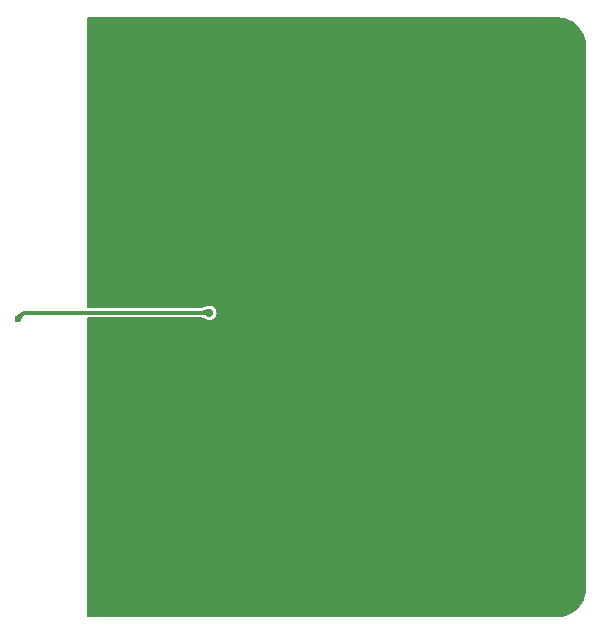
<source format=gbr>
%TF.GenerationSoftware,KiCad,Pcbnew,8.0.2*%
%TF.CreationDate,2024-06-02T14:30:54+02:00*%
%TF.ProjectId,PCB_Business_Card,5043425f-4275-4736-996e-6573735f4361,0*%
%TF.SameCoordinates,Original*%
%TF.FileFunction,Copper,L2,Bot*%
%TF.FilePolarity,Positive*%
%FSLAX46Y46*%
G04 Gerber Fmt 4.6, Leading zero omitted, Abs format (unit mm)*
G04 Created by KiCad (PCBNEW 8.0.2) date 2024-06-02 14:30:54*
%MOMM*%
%LPD*%
G01*
G04 APERTURE LIST*
%TA.AperFunction,ComponentPad*%
%ADD10C,0.700000*%
%TD*%
%TA.AperFunction,ComponentPad*%
%ADD11C,0.600000*%
%TD*%
%TA.AperFunction,Conductor*%
%ADD12C,0.300000*%
%TD*%
G04 APERTURE END LIST*
D10*
%TO.P,,*%
%TO.N,Net-(U1-LA)*%
X145880400Y-88519000D03*
%TD*%
D11*
%TO.P,REF\u002A\u002A,*%
%TO.N,Net-(U1-LA)*%
X129668030Y-89019000D03*
%TD*%
D12*
%TO.N,Net-(U1-LA)*%
X130168030Y-88519000D02*
X129668030Y-89019000D01*
X145880400Y-88519000D02*
X130168030Y-88519000D01*
%TD*%
%TA.AperFunction,Conductor*%
%TO.N,Net-(U1-LA)*%
G36*
X129992611Y-88495053D02*
G01*
X130191976Y-88694418D01*
X130195403Y-88702691D01*
X130193803Y-88708596D01*
X129950328Y-89125023D01*
X129943194Y-89130436D01*
X129935784Y-89129941D01*
X129671845Y-89021563D01*
X129665493Y-89015251D01*
X129665466Y-89015184D01*
X129557088Y-88751245D01*
X129557115Y-88742290D01*
X129562004Y-88736702D01*
X129978436Y-88493225D01*
X129987304Y-88492008D01*
X129992611Y-88495053D01*
G37*
%TD.AperFunction*%
%TD*%
%TA.AperFunction,Conductor*%
%TO.N,Net-(U1-LA)*%
G36*
X145745234Y-88199601D02*
G01*
X145750544Y-88205428D01*
X145879519Y-88514494D01*
X145879542Y-88523449D01*
X145879519Y-88523506D01*
X145750544Y-88832571D01*
X145744195Y-88838886D01*
X145736320Y-88839252D01*
X145188674Y-88671533D01*
X145181767Y-88665834D01*
X145180400Y-88660346D01*
X145180400Y-88377653D01*
X145183827Y-88369380D01*
X145188674Y-88366466D01*
X145736321Y-88198747D01*
X145745234Y-88199601D01*
G37*
%TD.AperFunction*%
%TD*%
%TA.AperFunction,NonConductor*%
G36*
X175260927Y-63500013D02*
G01*
X175406957Y-63502218D01*
X175419998Y-63503105D01*
X175710834Y-63538419D01*
X175725531Y-63541112D01*
X176009072Y-63610999D01*
X176023362Y-63615453D01*
X176296390Y-63718998D01*
X176310045Y-63725144D01*
X176568595Y-63860842D01*
X176581409Y-63868588D01*
X176821731Y-64034470D01*
X176833514Y-64043702D01*
X177052078Y-64237333D01*
X177062666Y-64247921D01*
X177256297Y-64466485D01*
X177265532Y-64478272D01*
X177431411Y-64718590D01*
X177439157Y-64731404D01*
X177574855Y-64989954D01*
X177581001Y-65003609D01*
X177684546Y-65276637D01*
X177689001Y-65290932D01*
X177758883Y-65574450D01*
X177761582Y-65589179D01*
X177796892Y-65879983D01*
X177797782Y-65893058D01*
X177799986Y-66039071D01*
X177800000Y-66040943D01*
X177800000Y-111759056D01*
X177799986Y-111760928D01*
X177797782Y-111906941D01*
X177796892Y-111920016D01*
X177761582Y-112210820D01*
X177758883Y-112225549D01*
X177689001Y-112509067D01*
X177684546Y-112523362D01*
X177581001Y-112796390D01*
X177574855Y-112810045D01*
X177439157Y-113068595D01*
X177431411Y-113081409D01*
X177265532Y-113321727D01*
X177256297Y-113333514D01*
X177062666Y-113552078D01*
X177052078Y-113562666D01*
X176833514Y-113756297D01*
X176821727Y-113765532D01*
X176581409Y-113931411D01*
X176568595Y-113939157D01*
X176310045Y-114074855D01*
X176296390Y-114081001D01*
X176023362Y-114184546D01*
X176009067Y-114189001D01*
X175725549Y-114258883D01*
X175710820Y-114261582D01*
X175420016Y-114296892D01*
X175406941Y-114297782D01*
X175319730Y-114299098D01*
X175260926Y-114299986D01*
X175259057Y-114300000D01*
X135633000Y-114300000D01*
X135565961Y-114280315D01*
X135520206Y-114227511D01*
X135509000Y-114176000D01*
X135509000Y-89043500D01*
X135528685Y-88976461D01*
X135581489Y-88930706D01*
X135633000Y-88919500D01*
X145107269Y-88919500D01*
X145143580Y-88924936D01*
X145661494Y-89083550D01*
X145661496Y-89083550D01*
X145661502Y-89083552D01*
X145663160Y-89083761D01*
X145666066Y-89084531D01*
X145666710Y-89084669D01*
X145666703Y-89084699D01*
X145695104Y-89092225D01*
X145723638Y-89104044D01*
X145802019Y-89114363D01*
X145880399Y-89124682D01*
X145880400Y-89124682D01*
X145880401Y-89124682D01*
X145932654Y-89117802D01*
X146037162Y-89104044D01*
X146183241Y-89043536D01*
X146308682Y-88947282D01*
X146404936Y-88821841D01*
X146465444Y-88675762D01*
X146486082Y-88519000D01*
X146479140Y-88466273D01*
X146465444Y-88362239D01*
X146465444Y-88362238D01*
X146404936Y-88216159D01*
X146308682Y-88090718D01*
X146183241Y-87994464D01*
X146037162Y-87933956D01*
X146037160Y-87933955D01*
X145880401Y-87913318D01*
X145880399Y-87913318D01*
X145723635Y-87933956D01*
X145695096Y-87945777D01*
X145667381Y-87952760D01*
X145667479Y-87953241D01*
X145661503Y-87954446D01*
X145143576Y-88113064D01*
X145107265Y-88118500D01*
X135633000Y-88118500D01*
X135565961Y-88098815D01*
X135520206Y-88046011D01*
X135509000Y-87994500D01*
X135509000Y-63624000D01*
X135528685Y-63556961D01*
X135581489Y-63511206D01*
X135633000Y-63500000D01*
X175259057Y-63500000D01*
X175260927Y-63500013D01*
G37*
%TD.AperFunction*%
M02*

</source>
